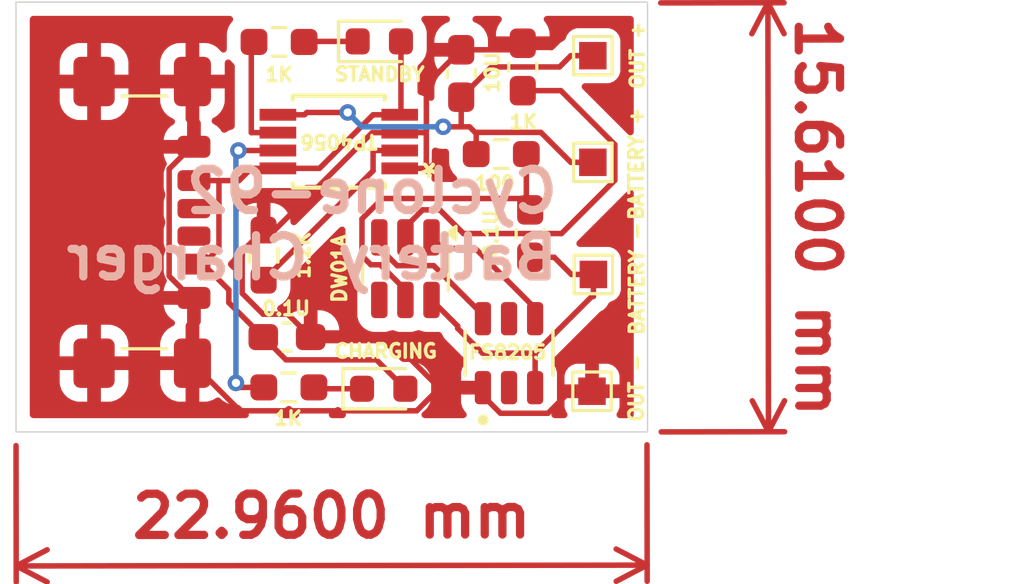
<source format=kicad_pcb>
(kicad_pcb (version 20240108) (generator "pcbnew") (generator_version "8.0")
  (layers (0 "F.Cu" signal) (31 "B.Cu" signal) (34 "B.Paste" user) (35 "F.Paste" user) (36 "B.SilkS" user "B.Silkscreen") (37 "F.SilkS" user "F.Silkscreen") (38 "B.Mask" user) (39 "F.Mask" user) (44 "Edge.Cuts" user))
  (net 0 "")
  (net 1 "GND")
  (net 2 "Net-(D2-A)")
  (net 3 "Net-(U1-VCC)")
  (net 4 "Net-(D2-K)")
  (net 5 "Net-(D3-K)")
  (net 10 "Net-(U1-OD)")
  (net 11 "Net-(U1-OC)")
  (net 12 "Net-(U3-*STDBY)")
  (net 13 "Net-(U3-*CHRG)")
  (net 14 "Net-(U3-PROG)")
  (net 15 "Net-(U1-CS)")
  (net 17 "Net-(U3-BAT)")
  (net 18 "Net-(U1-GND)")
  (footprint "Resistor_SMD:R_0603_1608Metric_Pad0.98x0.95mm_HandSolder" (layer "F.Cu") (at 89.08 38.6475 90)
    (property "Reference" "R4" (hide yes))
    (property "Value" "1.2K" (at 0 1.43 90) (layer "F.SilkS") (effects (font (size 0.5 0.5))))
    (fp_line (start -0.254724 -0.5225) (end 0.254724 -0.5225) (stroke (width 0.12)) (layer "F.SilkS"))
    (fp_line (start -0.254724 0.5225) (end 0.254724 0.5225) (stroke (width 0.12)) (layer "F.SilkS"))
    (pad "1" smd roundrect (at -0.9125 0 90) (size 0.975 0.95) (layers "F.Cu" "F.Paste" "F.Mask") (net 14 "Net-(U3-PROG)"))
    (pad "2" smd roundrect (at 0.9125 0 90) (size 0.975 0.95) (layers "F.Cu" "F.Paste" "F.Mask") (net 1 "GND"))
  )
  (footprint "Capacitor_SMD:C_0603_1608Metric_Pad1.08x0.95mm_HandSolder" (layer "F.Cu") (at 96.27 32.0375 90)
    (property "Reference" "C4" (hide yes))
    (property "Value" "10U" (at 0.0375 1.14 90) (layer "F.SilkS") (effects (font (size 0.5 0.5))))
    (fp_line (start -0.146267 -0.51) (end 0.146267 -0.51) (stroke (width 0.12)) (layer "F.SilkS"))
    (fp_line (start -0.146267 0.51) (end 0.146267 0.51) (stroke (width 0.12)) (layer "F.SilkS"))
    (pad "1" smd roundrect (at -0.8625 0 90) (size 1.075 0.95) (layers "F.Cu" "F.Paste" "F.Mask") (net 17 "Net-(U3-BAT)"))
    (pad "2" smd roundrect (at 0.8625 0 90) (size 1.075 0.95) (layers "F.Cu" "F.Paste" "F.Mask") (net 1 "GND"))
  )
  (footprint "TP4056:TP4056-42-ESOP8_TPW" (layer "F.Cu") (at 91.8162 34.515 180)
    (property "Reference" "U3" (hide yes))
    (property "Value" "TP4056" (at 0 0 180) (layer "F.SilkS") (effects (font (size 0.5 0.5) (thickness 0.125))))
    (fp_line (start 1.6764 1.6764) (end 1.6764 1.523639) (stroke (width 0.1524)) (layer "F.SilkS"))
    (fp_line (start 1.6764 -1.523639) (end 1.6764 -1.6764) (stroke (width 0.1524)) (layer "F.SilkS"))
    (fp_line (start 1.6764 -1.6764) (end -1.6764 -1.6764) (stroke (width 0.1524)) (layer "F.SilkS"))
    (fp_line (start -1.6764 1.6764) (end 1.6764 1.6764) (stroke (width 0.1524)) (layer "F.SilkS"))
    (fp_line (start -1.6764 1.523639) (end -1.6764 1.6764) (stroke (width 0.1524)) (layer "F.SilkS"))
    (fp_line (start -1.6764 -1.6764) (end -1.6764 -1.523639) (stroke (width 0.1524)) (layer "F.SilkS"))
    (fp_text user "*" (at -3.28385 -0.724999 180) (layer "F.SilkS"))
    (pad "1" smd rect (at -2.21615 -0.974999 180) (size 1.3335 0.4318) (layers "F.Cu" "F.Paste" "F.Mask") (net 1 "GND"))
    (pad "2" smd rect (at -2.21615 -0.325001 180) (size 1.3335 0.4318) (layers "F.Cu" "F.Paste" "F.Mask") (net 14 "Net-(U3-PROG)"))
    (pad "3" smd rect (at -2.21615 0.325001 180) (size 1.3335 0.4318) (layers "F.Cu" "F.Paste" "F.Mask") (net 1 "GND"))
    (pad "4" smd rect (at -2.21615 0.974999 180) (size 1.3335 0.4318) (layers "F.Cu" "F.Paste" "F.Mask") (net 2 "Net-(D2-A)"))
    (pad "5" smd rect (at 2.21615 0.974999 180) (size 1.3335 0.4318) (layers "F.Cu" "F.Paste" "F.Mask") (net 17 "Net-(U3-BAT)"))
    (pad "6" smd rect (at 2.21615 0.325001 180) (size 1.3335 0.4318) (layers "F.Cu" "F.Paste" "F.Mask") (net 12 "Net-(U3-*STDBY)"))
    (pad "7" smd rect (at 2.21615 -0.325001 180) (size 1.3335 0.4318) (layers "F.Cu" "F.Paste" "F.Mask") (net 13 "Net-(U3-*CHRG)"))
    (pad "8" smd rect (at 2.21615 -0.974999 180) (size 1.3335 0.4318) (layers "F.Cu" "F.Paste" "F.Mask") (net 2 "Net-(D2-A)"))
  )
  (footprint "FS8205A:SOT95P280X145-6N" (layer "F.Cu") (at 98.01 42.215 90)
    (property "Reference" "Q1" (hide yes))
    (property "Value" "FS8205" (at 0.025 -0.05 180) (layer "F.SilkS") (effects (font (size 0.5 0.5))))
    (fp_line (start -0.8 -1.6) (end 0.8 -1.6) (stroke (width 0.127)) (layer "F.SilkS"))
    (fp_line (start -0.8 1.6) (end 0.8 1.6) (stroke (width 0.127)) (layer "F.SilkS"))
    (fp_circle (center -2.428 -0.945) (end -2.328 -0.945) (stroke (width 0.2)) (fill none) (layer "F.SilkS"))
    (pad "1" smd roundrect (at -1.255 -0.95 90) (size 1.21 0.59) (layers "F.Cu" "F.Paste" "F.Mask") (net 1 "GND"))
    (pad "2" smd roundrect (at -1.255 0 90) (size 1.21 0.59) (layers "F.Cu" "F.Paste" "F.Mask"))
    (pad "3" smd roundrect (at -1.255 0.95 90) (size 1.21 0.59) (layers "F.Cu" "F.Paste" "F.Mask") (net 18 "Net-(U1-GND)"))
    (pad "4" smd roundrect (at 1.255 0.95 90) (size 1.21 0.59) (layers "F.Cu" "F.Paste" "F.Mask") (net 10 "Net-(U1-OD)"))
    (pad "5" smd roundrect (at 1.255 0 90) (size 1.21 0.59) (layers "F.Cu" "F.Paste" "F.Mask"))
    (pad "6" smd roundrect (at 1.255 -0.95 90) (size 1.21 0.59) (layers "F.Cu" "F.Paste" "F.Mask") (net 11 "Net-(U1-OC)"))
  )
  (footprint "Connector_USB:USB_C_Receptacle_GCT_USB4135-GF-A_6P_TopMnt_Horizontal" (layer "F.Cu") (at 83.5125 37.455 -90)
    (property "Reference" "J1" (hide yes))
    (property "Value" "USB_C_Receptacle_PowerOnly_6P" (hide yes))
    (fp_line (start -4.6 -2.04) (end -4.6 -0.41) (stroke (width 0.12)) (layer "F.SilkS"))
    (fp_line (start 4.6 -2.04) (end 4.6 -0.41) (stroke (width 0.12)) (layer "F.SilkS"))
    (pad "A5" smd roundrect (at -0.5 -3.0325 270) (size 0.7 1.2) (layers "F.Cu" "F.Paste" "F.Mask"))
    (pad "A9" smd roundrect (at 1.52 -3.0325 90) (size 0.76 1.2) (layers "F.Cu" "F.Paste" "F.Mask") (net 2 "Net-(D2-A)"))
    (pad "A12" smd roundrect (at 2.75 -3.0325 90) (size 0.8 1.2) (layers "F.Cu" "F.Paste" "F.Mask") (net 1 "GND"))
    (pad "B5" smd roundrect (at 0.5 -3.0325 90) (size 0.7 1.2) (layers "F.Cu" "F.Paste" "F.Mask"))
    (pad "B9" smd roundrect (at -1.52 -3.0325 270) (size 0.76 1.2) (layers "F.Cu" "F.Paste" "F.Mask") (net 2 "Net-(D2-A)"))
    (pad "B12" smd roundrect (at -2.75 -3.0325 270) (size 0.8 1.2) (layers "F.Cu" "F.Paste" "F.Mask") (net 1 "GND"))
    (pad "S1" smd roundrect (at -5.125 -2.9775 270) (size 1.8 1.35) (layers "F.Cu" "F.Paste" "F.Mask") (roundrect_rratio 0.1851851852) (net 1 "GND"))
    (pad "S1" smd roundrect (at -5.125 0.6025 270) (size 1.8 1.5) (layers "F.Cu" "F.Paste" "F.Mask") (roundrect_rratio 0.1666666667) (net 1 "GND"))
    (pad "S1" smd roundrect (at 5.125 -2.9775 270) (size 1.8 1.35) (layers "F.Cu" "F.Paste" "F.Mask") (roundrect_rratio 0.1851851852) (net 1 "GND"))
    (pad "S1" smd roundrect (at 5.125 0.6025 270) (size 1.8 1.5) (layers "F.Cu" "F.Paste" "F.Mask") (roundrect_rratio 0.1666666667) (net 1 "GND"))
  )
  (footprint "Package_TO_SOT_SMD:SOT-23-6" (layer "F.Cu") (at 94.24 39.14 -90)
    (property "Reference" "U1" (hide yes))
    (property "Value" "DW01A" (at 0 2.4 90) (layer "F.SilkS") (effects (font (size 0.5 0.5))))
    (fp_line (start 0 1.56) (end -0.8 1.56) (stroke (width 0.12)) (layer "F.SilkS"))
    (fp_line (start 0 1.56) (end 0.8 1.56) (stroke (width 0.12)) (layer "F.SilkS"))
    (fp_line (start 0 -1.56) (end -0.8 -1.56) (stroke (width 0.12)) (layer "F.SilkS"))
    (fp_line (start 0 -1.56) (end 0.8 -1.56) (stroke (width 0.12)) (layer "F.SilkS"))
    (fp_poly (pts (xy -1.3 -1.51) (xy -1.54 -1.84) (xy -1.06 -1.84) (xy -1.3 -1.51)) (stroke (width 0.12)) (fill solid) (layer "F.SilkS"))
    (pad "1" smd roundrect (at -1.1375 -0.95 270) (size 1.325 0.6) (layers "F.Cu" "F.Paste" "F.Mask") (net 10 "Net-(U1-OD)"))
    (pad "2" smd roundrect (at -1.1375 0 270) (size 1.325 0.6) (layers "F.Cu" "F.Paste" "F.Mask") (net 15 "Net-(U1-CS)"))
    (pad "3" smd roundrect (at -1.1375 0.95 270) (size 1.325 0.6) (layers "F.Cu" "F.Paste" "F.Mask") (net 11 "Net-(U1-OC)"))
    (pad "4" smd roundrect (at 1.1375 0.95 270) (size 1.325 0.6) (layers "F.Cu" "F.Paste" "F.Mask"))
    (pad "5" smd roundrect (at 1.1375 0 270) (size 1.325 0.6) (layers "F.Cu" "F.Paste" "F.Mask") (net 3 "Net-(U1-VCC)"))
    (pad "6" smd roundrect (at 1.1375 -0.95 270) (size 1.325 0.6) (layers "F.Cu" "F.Paste" "F.Mask") (net 18 "Net-(U1-GND)"))
  )
  (footprint "LED_SMD:LED_0603_1608Metric" (layer "F.Cu") (at 93.29 30.87)
    (property "Reference" "D2" (hide yes))
    (property "Value" "STANDBY" (at 0.01 1.2 0) (layer "F.SilkS") (effects (font (size 0.5 0.5))))
    (fp_line (start -1.485 -0.735) (end -1.485 0.735) (stroke (width 0.12)) (layer "F.SilkS"))
    (fp_line (start -1.485 0.735) (end 0.8 0.735) (stroke (width 0.12)) (layer "F.SilkS"))
    (fp_line (start 0.8 -0.735) (end -1.485 -0.735) (stroke (width 0.12)) (layer "F.SilkS"))
    (pad "1" smd roundrect (at -0.7875 0) (size 0.875 0.95) (layers "F.Cu" "F.Paste" "F.Mask") (net 4 "Net-(D2-K)"))
    (pad "2" smd roundrect (at 0.7875 0) (size 0.875 0.95) (layers "F.Cu" "F.Paste" "F.Mask") (net 2 "Net-(D2-A)"))
  )
  (footprint "TestPoint:TestPoint_Pad_1.0x1.0mm" (layer "F.Cu") (at 101.03 43.6)
    (property "Reference" "TP4" (hide yes))
    (property "Value" "OUT -" (at 1.61 -0.12 90) (layer "F.SilkS") (effects (font (size 0.5 0.5))))
    (fp_line (start -0.7 -0.7) (end 0.7 -0.7) (stroke (width 0.12)) (layer "F.SilkS"))
    (fp_line (start -0.7 0.7) (end -0.7 -0.7) (stroke (width 0.12)) (layer "F.SilkS"))
    (fp_line (start 0.7 -0.7) (end 0.7 0.7) (stroke (width 0.12)) (layer "F.SilkS"))
    (fp_line (start 0.7 0.7) (end -0.7 0.7) (stroke (width 0.12)) (layer "F.SilkS"))
    (pad "1" smd rect (at 0 0) (size 1 1) (layers "F.Cu" "F.Mask") (net 1 "GND"))
  )
  (footprint "LED_SMD:LED_0603_1608Metric" (layer "F.Cu") (at 93.45 43.51)
    (property "Reference" "D3" (hide yes))
    (property "Value" "CHARGING" (at 0.07 -1.37 0) (layer "F.SilkS") (effects (font (size 0.5 0.5))))
    (fp_line (start -1.485 -0.735) (end -1.485 0.735) (stroke (width 0.12)) (layer "F.SilkS"))
    (fp_line (start -1.485 0.735) (end 0.8 0.735) (stroke (width 0.12)) (layer "F.SilkS"))
    (fp_line (start 0.8 -0.735) (end -1.485 -0.735) (stroke (width 0.12)) (layer "F.SilkS"))
    (pad "1" smd roundrect (at -0.7875 0) (size 0.875 0.95) (layers "F.Cu" "F.Paste" "F.Mask") (net 5 "Net-(D3-K)"))
    (pad "2" smd roundrect (at 0.7875 0) (size 0.875 0.95) (layers "F.Cu" "F.Paste" "F.Mask") (net 2 "Net-(D2-A)"))
  )
  (footprint "Capacitor_SMD:C_0603_1608Metric_Pad1.08x0.95mm_HandSolder" (layer "F.Cu") (at 98.78 37.8625 -90)
    (property "Reference" "C3" (hide yes))
    (property "Value" "0.1U" (at 0 1.43 90) (layer "F.SilkS") (effects (font (size 0.5 0.5))))
    (fp_line (start -0.146267 0.51) (end 0.146267 0.51) (stroke (width 0.12)) (layer "F.SilkS"))
    (fp_line (start -0.146267 -0.51) (end 0.146267 -0.51) (stroke (width 0.12)) (layer "F.SilkS"))
    (pad "1" smd roundrect (at -0.8625 0 270) (size 1.075 0.95) (layers "F.Cu" "F.Paste" "F.Mask") (net 3 "Net-(U1-VCC)"))
    (pad "2" smd roundrect (at 0.8625 0 270) (size 1.075 0.95) (layers "F.Cu" "F.Paste" "F.Mask") (net 18 "Net-(U1-GND)"))
  )
  (footprint "Capacitor_SMD:C_0603_1608Metric_Pad1.08x0.95mm_HandSolder" (layer "F.Cu") (at 89.93 41.63)
    (property "Reference" "C2" (hide yes))
    (property "Value" "0.1U" (at -0.03 -1.04 0) (layer "F.SilkS") (effects (font (size 0.5 0.5))))
    (fp_line (start -0.146267 -0.51) (end 0.146267 -0.51) (stroke (width 0.12)) (layer "F.SilkS"))
    (fp_line (start -0.146267 0.51) (end 0.146267 0.51) (stroke (width 0.12)) (layer "F.SilkS"))
    (pad "1" smd roundrect (at -0.8625 0) (size 1.075 0.95) (layers "F.Cu" "F.Paste" "F.Mask") (net 2 "Net-(D2-A)"))
    (pad "2" smd roundrect (at 0.8625 0) (size 1.075 0.95) (layers "F.Cu" "F.Paste" "F.Mask") (net 1 "GND"))
  )
  (footprint "TestPoint:TestPoint_Pad_1.0x1.0mm" (layer "F.Cu") (at 101.08 39.35)
    (property "Reference" "TP1" (hide yes))
    (property "Value" "BATTERY -" (at 1.58 0.15 90) (layer "F.SilkS") (effects (font (size 0.5 0.5))))
    (fp_line (start -0.7 -0.7) (end 0.7 -0.7) (stroke (width 0.12)) (layer "F.SilkS"))
    (fp_line (start -0.7 0.7) (end -0.7 -0.7) (stroke (width 0.12)) (layer "F.SilkS"))
    (fp_line (start 0.7 -0.7) (end 0.7 0.7) (stroke (width 0.12)) (layer "F.SilkS"))
    (fp_line (start 0.7 0.7) (end -0.7 0.7) (stroke (width 0.12)) (layer "F.SilkS"))
    (pad "1" smd rect (at 0 0) (size 1 1) (layers "F.Cu" "F.Mask") (net 18 "Net-(U1-GND)"))
  )
  (footprint "Resistor_SMD:R_0603_1608Metric_Pad0.98x0.95mm_HandSolder" (layer "F.Cu") (at 89.6425 30.89)
    (property "Reference" "R1" (hide yes))
    (property "Value" "1K" (at -0.0025 1.19 0) (layer "F.SilkS") (effects (font (size 0.5 0.5))))
    (fp_line (start -0.254724 -0.5225) (end 0.254724 -0.5225) (stroke (width 0.12)) (layer "F.SilkS"))
    (fp_line (start -0.254724 0.5225) (end 0.254724 0.5225) (stroke (width 0.12)) (layer "F.SilkS"))
    (pad "1" smd roundrect (at -0.9125 0) (size 0.975 0.95) (layers "F.Cu" "F.Paste" "F.Mask") (net 12 "Net-(U3-*STDBY)"))
    (pad "2" smd roundrect (at 0.9125 0) (size 0.975 0.95) (layers "F.Cu" "F.Paste" "F.Mask") (net 4 "Net-(D2-K)"))
  )
  (footprint "TestPoint:TestPoint_Pad_1.0x1.0mm" (layer "F.Cu") (at 101.06 35.27)
    (property "Reference" "TP2" (hide yes))
    (property "Value" "BATTERY +" (at 1.58 0.05 90) (layer "F.SilkS") (effects (font (size 0.5 0.5))))
    (fp_line (start -0.7 -0.7) (end 0.7 -0.7) (stroke (width 0.12)) (layer "F.SilkS"))
    (fp_line (start -0.7 0.7) (end -0.7 -0.7) (stroke (width 0.12)) (layer "F.SilkS"))
    (fp_line (start 0.7 -0.7) (end 0.7 0.7) (stroke (width 0.12)) (layer "F.SilkS"))
    (fp_line (start 0.7 0.7) (end -0.7 0.7) (stroke (width 0.12)) (layer "F.SilkS"))
    (pad "1" smd rect (at 0 0) (size 1 1) (layers "F.Cu" "F.Mask") (net 17 "Net-(U3-BAT)"))
  )
  (footprint "Capacitor_SMD:C_0603_1608Metric_Pad1.08x0.95mm_HandSolder" (layer "F.Cu") (at 98.51 31.8 90)
    (property "Reference" "R6" (hide yes))
    (property "Value" "1K" (at -2 0.02 180) (layer "F.SilkS") (effects (font (size 0.5 0.5))))
    (fp_line (start -0.146267 -0.51) (end 0.146267 -0.51) (stroke (width 0.12)) (layer "F.SilkS"))
    (fp_line (start -0.146267 0.51) (end 0.146267 0.51) (stroke (width 0.12)) (layer "F.SilkS"))
    (pad "1" smd roundrect (at -0.8625 0 90) (size 1.075 0.95) (layers "F.Cu" "F.Paste" "F.Mask") (net 15 "Net-(U1-CS)"))
    (pad "2" smd roundrect (at 0.8625 0 90) (size 1.075 0.95) (layers "F.Cu" "F.Paste" "F.Mask") (net 1 "GND"))
  )
  (footprint "TestPoint:TestPoint_Pad_1.0x1.0mm" (layer "F.Cu") (at 101.06 31.39)
    (property "Reference" "TP3" (hide yes))
    (property "Value" "OUT +" (at 1.63 -0.02 90) (layer "F.SilkS") (effects (font (size 0.5 0.5))))
    (fp_line (start -0.7 -0.7) (end 0.7 -0.7) (stroke (width 0.12)) (layer "F.SilkS"))
    (fp_line (start -0.7 0.7) (end -0.7 -0.7) (stroke (width 0.12)) (layer "F.SilkS"))
    (fp_line (start 0.7 -0.7) (end 0.7 0.7) (stroke (width 0.12)) (layer "F.SilkS"))
    (fp_line (start 0.7 0.7) (end -0.7 0.7) (stroke (width 0.12)) (layer "F.SilkS"))
    (pad "1" smd rect (at 0 0) (size 1 1) (layers "F.Cu" "F.Mask") (net 17 "Net-(U3-BAT)"))
  )
  (footprint "Resistor_SMD:R_0603_1608Metric_Pad0.98x0.95mm_HandSolder" (layer "F.Cu") (at 89.9975 43.46)
    (property "Reference" "R3" (hide yes))
    (property "Value" "1K" (at -0.0275 1.13 0) (layer "F.SilkS") (effects (font (size 0.5 0.5))))
    (fp_line (start -0.254724 -0.5225) (end 0.254724 -0.5225) (stroke (width 0.12)) (layer "F.SilkS"))
    (fp_line (start -0.254724 0.5225) (end 0.254724 0.5225) (stroke (width 0.12)) (layer "F.SilkS"))
    (pad "1" smd roundrect (at -0.9125 0) (size 0.975 0.95) (layers "F.Cu" "F.Paste" "F.Mask") (net 13 "Net-(U3-*CHRG)"))
    (pad "2" smd roundrect (at 0.9125 0) (size 0.975 0.95) (layers "F.Cu" "F.Paste" "F.Mask") (net 5 "Net-(D3-K)"))
  )
  (footprint "Resistor_SMD:R_0603_1608Metric_Pad0.98x0.95mm_HandSolder" (layer "F.Cu") (at 97.7275 34.97)
    (property "Reference" "R5" (hide yes))
    (property "Value" "100" (at -0.2375 1.06 0) (layer "F.SilkS") (effects (font (size 0.5 0.5))))
    (fp_line (start -0.254724 -0.5225) (end 0.254724 -0.5225) (stroke (width 0.12)) (layer "F.SilkS"))
    (fp_line (start -0.254724 0.5225) (end 0.254724 0.5225) (stroke (width 0.12)) (layer "F.SilkS"))
    (pad "1" smd roundrect (at -0.9125 0) (size 0.975 0.95) (layers "F.Cu" "F.Paste" "F.Mask") (net 17 "Net-(U3-BAT)"))
    (pad "2" smd roundrect (at 0.9125 0) (size 0.975 0.95) (layers "F.Cu" "F.Paste" "F.Mask") (net 3 "Net-(U1-VCC)"))
  )
  (gr_rect (start 80.07 29.44) (end 103.05 45.08) (stroke (width 0.05)) (fill none) (layer "Edge.Cuts"))
  (gr_text "Cyclone-92\nBattery Charger" (at 99.93 39.62 0) (layer "B.SilkS") (effects (font (size 1.5 1.5) (thickness 0.3) (bold yes)) (justify left bottom mirror)))
  (dimension (type aligned) (layer "F.Cu") (pts (xy 103.03 29.47) (xy 103.05 45.08)) (height -4.400377) (gr_text "15.6100 mm" (at 109.240372 37.267056 270.073409) (layer "F.Cu") (effects (font (size 1.5 1.5) (thickness 0.3)))) (format (prefix "") (suffix "") (units 3) (units_format 1) (precision 4)) (style (thickness 0.2) (arrow_length 1.27) (text_position_mode 0) (extension_height 0.58642) (extension_offset 0.5) keep_text_aligned))
  (dimension (type aligned) (layer "F.Cu") (pts (xy 80.07 45.08) (xy 103.03 45.05)) (height 4.877745) (gr_text "22.9600 mm" (at 91.554021 48.142743 0.0748637808) (layer "F.Cu") (effects (font (size 1.5 1.5) (thickness 0.3)))) (format (prefix "") (suffix "") (units 3) (units_format 1) (precision 4)) (style (thickness 0.2) (arrow_length 1.27) (text_position_mode 0) (extension_height 0.58642) (extension_offset 0.5) keep_text_aligned))
  (segment (start 88.2231 44.3131) (end 94.6501 44.3131) (width 0.2) (layer "F.Cu") (net 1))
  (segment (start 89.0599 40.7964) (end 88.3006 40.0371) (width 0.2) (layer "F.Cu") (net 1))
  (segment (start 95.0022 34.1374) (end 95.0022 32.4428) (width 0.2) (layer "F.Cu") (net 1))
  (segment (start 97.0446 43.4854) (end 97.0446 43.7472) (width 0.2) (layer "F.Cu") (net 1))
  (segment (start 94.0323 34.19) (end 94.8999 34.19) (width 0.2) (layer "F.Cu") (net 1))
  (segment (start 89.4852 37.735) (end 93.0302 34.19) (width 0.2) (layer "F.Cu") (net 1))
  (segment (start 88.3006 38.5144) (end 89.08 37.735) (width 0.2) (layer "F.Cu") (net 1))
  (segment (start 89.9589 40.7964) (end 89.0599 40.7964) (width 0.2) (layer "F.Cu") (net 1))
  (segment (start 95.0022 32.4428) (end 96.27 31.175) (width 0.2) (layer "F.Cu") (net 1))
  (segment (start 86.49 40.205) (end 86.49 42.58) (width 0.2) (layer "F.Cu") (net 1))
  (segment (start 86.49 40.205) (end 86.545 40.205) (width 0.2) (layer "F.Cu") (net 1))
  (segment (start 88.3006 40.0371) (end 88.3006 38.5144) (width 0.2) (layer "F.Cu") (net 1))
  (segment (start 98.51 30.9375) (end 98.2725 31.175) (width 0.2) (layer "F.Cu") (net 1))
  (segment (start 85.6425 35.5113) (end 85.6425 39.4114) (width 0.2) (layer "F.Cu") (net 1))
  (segment (start 86.49 42.58) (end 88.2231 44.3131) (width 0.2) (layer "F.Cu") (net 1))
  (segment (start 97.06 43.47) (end 97.0446 43.4854) (width 0.2) (layer "F.Cu") (net 1))
  (segment (start 101.03 43.6) (end 100.2283 43.6) (width 0.2) (layer "F.Cu") (net 1))
  (segment (start 97.0446 43.4854) (end 95.4778 43.4854) (width 0.2) (layer "F.Cu") (net 1))
  (segment (start 97.0446 43.7472) (end 97.6991 44.4017) (width 0.2) (layer "F.Cu") (net 1))
  (segment (start 95.0007 34.2411) (end 95.0007 35.49) (width 0.2) (layer "F.Cu") (net 1))
  (segment (start 94.9496 34.19) (end 95.0007 34.2411) (width 0.2) (layer "F.Cu") (net 1))
  (segment (start 94.9496 34.19) (end 95.0022 34.1374) (width 0.2) (layer "F.Cu") (net 1))
  (segment (start 89.08 37.735) (end 89.4852 37.735) (width 0.2) (layer "F.Cu") (net 1))
  (segment (start 94.8999 34.19) (end 94.9496 34.19) (width 0.2) (layer "F.Cu") (net 1))
  (segment (start 86.49 32.33) (end 82.91 32.33) (width 0.2) (layer "F.Cu") (net 1))
  (segment (start 86.49 32.33) (end 86.49 34.65) (width 0.2) (layer "F.Cu") (net 1))
  (segment (start 86.4361 40.205) (end 86.49 40.205) (width 0.2) (layer "F.Cu") (net 1))
  (segment (start 95.4778 43.4854) (end 93.6224 41.63) (width 0.2) (layer "F.Cu") (net 1))
  (segment (start 85.6425 39.4114) (end 86.4361 40.205) (width 0.2) (layer "F.Cu") (net 1))
  (segment (start 90.7925 41.63) (end 89.9589 40.7964) (width 0.2) (layer "F.Cu") (net 1))
  (segment (start 94.6501 44.3131) (end 95.4778 43.4854) (width 0.2) (layer "F.Cu") (net 1))
  (segment (start 86.49 34.65) (end 86.545 34.705) (width 0.2) (layer "F.Cu") (net 1))
  (segment (start 99.4266 44.4017) (end 100.2283 43.6) (width 0.2) (layer "F.Cu") (net 1))
  (segment (start 86.545 34.705) (end 86.4488 34.705) (width 0.2) (layer "F.Cu") (net 1))
  (segment (start 93.6224 41.63) (end 90.7925 41.63) (width 0.2) (layer "F.Cu") (net 1))
  (segment (start 97.6991 44.4017) (end 99.4266 44.4017) (width 0.2) (layer "F.Cu") (net 1))
  (segment (start 94.0323 35.49) (end 95.0007 35.49) (width 0.2) (layer "F.Cu") (net 1))
  (segment (start 82.91 42.58) (end 86.49 42.58) (width 0.2) (layer "F.Cu") (net 1))
  (segment (start 93.0302 34.19) (end 94.0323 34.19) (width 0.2) (layer "F.Cu") (net 1))
  (segment (start 98.2725 31.175) (end 96.27 31.175) (width 0.2) (layer "F.Cu") (net 1))
  (segment (start 86.4488 34.705) (end 85.6425 35.5113) (width 0.2) (layer "F.Cu") (net 1))
  (segment (start 93.0638 33.54) (end 91.1138 35.49) (width 0.2) (layer "F.Cu") (net 2))
  (segment (start 87.4546 35.935) (end 87.4546 38.3997) (width 0.2) (layer "F.Cu") (net 2))
  (segment (start 89.6 35.49) (end 88.6315 35.49) (width 0.2) (layer "F.Cu") (net 2))
  (segment (start 86.8793 38.975) (end 87.8144 39.9101) (width 0.2) (layer "F.Cu") (net 2))
  (segment (start 87.8144 39.9101) (end 87.8144 40.3769) (width 0.2) (layer "F.Cu") (net 2))
  (segment (start 86.8793 38.975) (end 86.545 38.975) (width 0.2) (layer "F.Cu") (net 2))
  (segment (start 88.1865 35.935) (end 87.4546 35.935) (width 0.2) (layer "F.Cu") (net 2))
  (segment (start 87.4546 35.935) (end 86.545 35.935) (width 0.2) (layer "F.Cu") (net 2))
  (segment (start 87.8144 40.3769) (end 89.0675 41.63) (width 0.2) (layer "F.Cu") (net 2))
  (segment (start 88.6315 35.49) (end 88.1865 35.935) (width 0.2) (layer "F.Cu") (net 2))
  (segment (start 91.1138 35.49) (end 89.6 35.49) (width 0.2) (layer "F.Cu") (net 2))
  (segment (start 94.0775 30.87) (end 94.0775 33.4948) (width 0.2) (layer "F.Cu") (net 2))
  (segment (start 89.895 42.4575) (end 93.185 42.4575) (width 0.2) (layer "F.Cu") (net 2))
  (segment (start 89.0675 41.63) (end 89.895 42.4575) (width 0.2) (layer "F.Cu") (net 2))
  (segment (start 94.0775 33.4948) (end 94.0323 33.54) (width 0.2) (layer "F.Cu") (net 2))
  (segment (start 93.185 42.4575) (end 94.2375 43.51) (width 0.2) (layer "F.Cu") (net 2))
  (segment (start 94.0323 33.54) (end 93.0638 33.54) (width 0.2) (layer "F.Cu") (net 2))
  (segment (start 87.4546 38.3997) (end 86.8793 38.975) (width 0.2) (layer "F.Cu") (net 2))
  (segment (start 92.6596 37.3274) (end 92.6596 38.6743) (width 0.2) (layer "F.Cu") (net 3))
  (segment (start 98.78 36.7271) (end 98.64 36.5871) (width 0.2) (layer "F.Cu") (net 3))
  (segment (start 92.6596 38.6743) (end 92.9837 38.9984) (width 0.2) (layer "F.Cu") (net 3))
  (segment (start 93.3999 36.5871) (end 92.6596 37.3274) (width 0.2) (layer "F.Cu") (net 3))
  (segment (start 98.64 36.5871) (end 93.3999 36.5871) (width 0.2) (layer "F.Cu") (net 3))
  (segment (start 98.78 37) (end 98.78 36.7271) (width 0.2) (layer "F.Cu") (net 3))
  (segment (start 98.64 34.97) (end 98.64 36.5871) (width 0.2) (layer "F.Cu") (net 3))
  (segment (start 94.24 39.9109) (end 94.24 40.2775) (width 0.2) (layer "F.Cu") (net 3))
  (segment (start 92.9837 38.9984) (end 93.3275 38.9984) (width 0.2) (layer "F.Cu") (net 3))
  (segment (start 93.3275 38.9984) (end 94.24 39.9109) (width 0.2) (layer "F.Cu") (net 3))
  (segment (start 92.5025 30.87) (end 90.575 30.87) (width 0.2) (layer "F.Cu") (net 4))
  (segment (start 90.575 30.87) (end 90.555 30.89) (width 0.2) (layer "F.Cu") (net 4))
  (segment (start 92.6625 43.51) (end 90.96 43.51) (width 0.2) (layer "F.Cu") (net 5))
  (segment (start 90.96 43.51) (end 90.91 43.46) (width 0.2) (layer "F.Cu") (net 5))
  (segment (start 98.96 40.5821) (end 98.96 40.96) (width 0.2) (layer "F.Cu") (net 10))
  (segment (start 95.5917 38.4042) (end 96.7821 38.4042) (width 0.2) (layer "F.Cu") (net 10))
  (segment (start 96.7821 38.4042) (end 98.96 40.5821) (width 0.2) (layer "F.Cu") (net 10))
  (segment (start 95.19 38.0025) (end 95.5917 38.4042) (width 0.2) (layer "F.Cu") (net 10))
  (segment (start 93.29 38.3784) (end 93.29 38.0025) (width 0.2) (layer "F.Cu") (net 11))
  (segment (start 97.06 40.96) (end 97.06 40.8208) (width 0.2) (layer "F.Cu") (net 11))
  (segment (start 95.2697 39.0305) (end 93.9421 39.0305) (width 0.2) (layer "F.Cu") (net 11))
  (segment (start 93.9421 39.0305) (end 93.29 38.3784) (width 0.2) (layer "F.Cu") (net 11))
  (segment (start 97.06 40.8208) (end 95.2697 39.0305) (width 0.2) (layer "F.Cu") (net 11))
  (segment (start 88.73 30.89) (end 88.6315 30.9885) (width 0.2) (layer "F.Cu") (net 12))
  (segment (start 89.6 34.19) (end 88.6315 34.19) (width 0.2) (layer "F.Cu") (net 12))
  (segment (start 88.6315 30.9885) (end 88.6315 34.19) (width 0.2) (layer "F.Cu") (net 12))
  (segment (start 89.6 34.84) (end 88.6315 34.84) (width 0.2) (layer "F.Cu") (net 13))
  (segment (start 88.6315 34.84) (end 88.1635 34.84) (width 0.2) (layer "F.Cu") (net 13))
  (segment (start 89.085 43.46) (end 88.2361 43.46) (width 0.2) (layer "F.Cu") (net 13))
  (segment (start 88.2361 43.46) (end 88.073 43.2969) (width 0.2) (layer "F.Cu") (net 13))
  (via (at 88.073 43.2969) (size 0.6) (drill 0.3) (layers "F.Cu" "B.Cu") (net 13))
  (via (at 88.1635 34.84) (size 0.6) (drill 0.3) (layers "F.Cu" "B.Cu") (net 13))
  (segment (start 88.073 34.9305) (end 88.073 43.2969) (width 0.2) (layer "B.Cu") (net 13))
  (segment (start 88.1635 34.84) (end 88.073 34.9305) (width 0.2) (layer "B.Cu") (net 13))
  (segment (start 93.0638 35.5762) (end 93.0638 34.84) (width 0.2) (layer "F.Cu") (net 14))
  (segment (start 89.08 39.56) (end 93.0638 35.5762) (width 0.2) (layer "F.Cu") (net 14))
  (segment (start 94.0323 34.84) (end 93.0638 34.84) (width 0.2) (layer "F.Cu") (net 14))
  (segment (start 95.4897 37) (end 96.3522 37.8625) (width 0.2) (layer "F.Cu") (net 15))
  (segment (start 99.8978 32.6625) (end 98.51 32.6625) (width 0.2) (layer "F.Cu") (net 15))
  (segment (start 94.24 37.6265) (end 94.8665 37) (width 0.2) (layer "F.Cu") (net 15))
  (segment (start 94.8665 37) (end 95.4897 37) (width 0.2) (layer "F.Cu") (net 15))
  (segment (start 99.9204 37.8625) (end 101.8617 35.9212) (width 0.2) (layer "F.Cu") (net 15))
  (segment (start 101.8617 34.6264) (end 99.8978 32.6625) (width 0.2) (layer "F.Cu") (net 15))
  (segment (start 94.24 38.0025) (end 94.24 37.6265) (width 0.2) (layer "F.Cu") (net 15))
  (segment (start 96.3522 37.8625) (end 99.9204 37.8625) (width 0.2) (layer "F.Cu") (net 15))
  (segment (start 101.8617 35.9212) (end 101.8617 34.6264) (width 0.2) (layer "F.Cu") (net 15))
  (segment (start 101.06 31.39) (end 100.2583 31.39) (width 0.2) (layer "F.Cu") (net 17))
  (segment (start 89.6 33.54) (end 90.5684 33.54) (width 0.2) (layer "F.Cu") (net 17))
  (segment (start 99.8483 31.8) (end 97.37 31.8) (width 0.2) (layer "F.Cu") (net 17))
  (segment (start 96.815 34.2208) (end 96.572 33.9778) (width 0.2) (layer "F.Cu") (net 17))
  (segment (start 96.815 34.97) (end 96.815 34.2208) (width 0.2) (layer "F.Cu") (net 17))
  (segment (start 96.27 33.9778) (end 95.614 33.9778) (width 0.2) (layer "F.Cu") (net 17))
  (segment (start 96.27 33.9778) (end 96.27 32.9) (width 0.2) (layer "F.Cu") (net 17))
  (segment (start 99.169 34.1807) (end 100.2583 35.27) (width 0.2) (layer "F.Cu") (net 17))
  (segment (start 96.8551 34.1807) (end 99.169 34.1807) (width 0.2) (layer "F.Cu") (net 17))
  (segment (start 90.6523 33.4561) (end 90.5684 33.54) (width 0.2) (layer "F.Cu") (net 17))
  (segment (start 96.815 34.2208) (end 96.8551 34.1807) (width 0.2) (layer "F.Cu") (net 17))
  (segment (start 100.2583 31.39) (end 99.8483 31.8) (width 0.2) (layer "F.Cu") (net 17))
  (segment (start 101.06 35.27) (end 100.2583 35.27) (width 0.2) (layer "F.Cu") (net 17))
  (segment (start 96.572 33.9778) (end 96.27 33.9778) (width 0.2) (layer "F.Cu") (net 17))
  (segment (start 97.37 31.8) (end 96.27 32.9) (width 0.2) (layer "F.Cu") (net 17))
  (segment (start 92.1397 33.4561) (end 90.6523 33.4561) (width 0.2) (layer "F.Cu") (net 17))
  (via (at 92.1397 33.4561) (size 0.6) (drill 0.3) (layers "F.Cu" "B.Cu") (net 17))
  (via (at 95.614 33.9778) (size 0.6) (drill 0.3) (layers "F.Cu" "B.Cu") (net 17))
  (segment (start 92.6614 33.9778) (end 95.614 33.9778) (width 0.2) (layer "B.Cu") (net 17))
  (segment (start 92.1397 33.4561) (end 92.6614 33.9778) (width 0.2) (layer "B.Cu") (net 17))
  (segment (start 98.96 43.47) (end 98.96 42.215) (width 0.2) (layer "F.Cu") (net 18))
  (segment (start 96.1424 41.3127) (end 96.1424 41.2298) (width 0.2) (layer "F.Cu") (net 18))
  (segment (start 101.0233 40.1517) (end 101.08 40.1517) (width 0.2) (layer "F.Cu") (net 18))
  (segment (start 96.1423 41.2298) (end 95.19 40.2775) (width 0.2) (layer "F.Cu") (net 18))
  (segment (start 98.96 42.215) (end 97.0447 42.215) (width 0.2) (layer "F.Cu") (net 18))
  (segment (start 97.0447 42.215) (end 96.1424 41.3127) (width 0.2) (layer "F.Cu") (net 18))
  (segment (start 99.6533 38.725) (end 100.2783 39.35) (width 0.2) (layer "F.Cu") (net 18))
  (segment (start 101.08 39.35) (end 100.2783 39.35) (width 0.2) (layer "F.Cu") (net 18))
  (segment (start 98.96 42.215) (end 101.0233 40.1517) (width 0.2) (layer "F.Cu") (net 18))
  (segment (start 96.1424 41.2298) (end 96.1423 41.2298) (width 0.2) (layer "F.Cu") (net 18))
  (segment (start 98.78 38.725) (end 99.6533 38.725) (width 0.2) (layer "F.Cu") (net 18))
  (segment (start 101.08 39.35) (end 101.08 40.1517) (width 0.2) (layer "F.Cu") (net 18))
  (zone (net 1) (net_name "GND") (layers "F&B.Cu") (name "ground") (connect_pads (clearance 0.5)) (min_thickness 0.25) (fill yes (thermal_gap 0.5) (thermal_bridge_width 0.5))
    (polygon (pts (xy 80.1 29.46) (xy 80.09 45.06) (xy 103.03 45.05) (xy 103.03 29.47)))
  )
)
</source>
